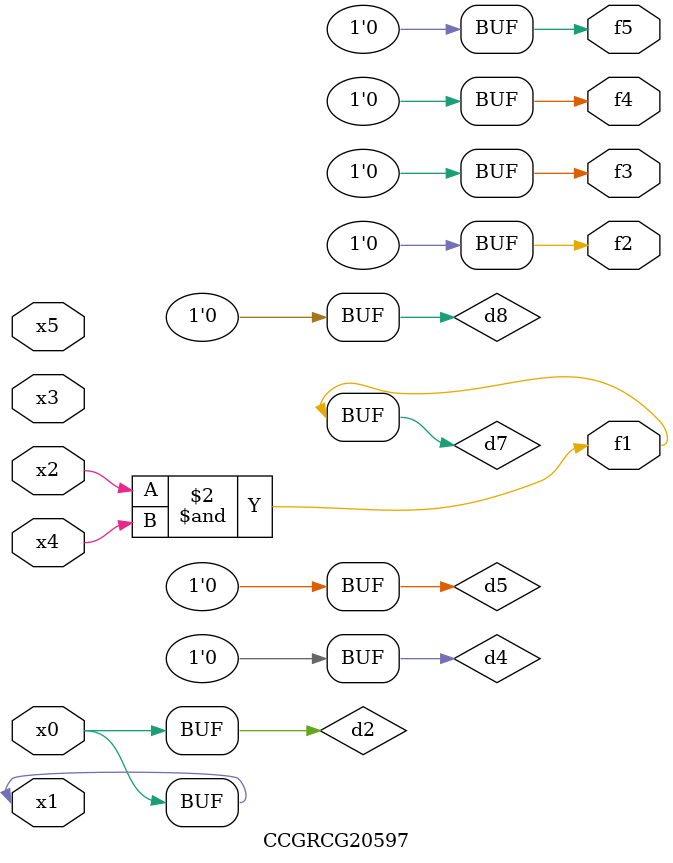
<source format=v>
module CCGRCG20597(
	input x0, x1, x2, x3, x4, x5,
	output f1, f2, f3, f4, f5
);

	wire d1, d2, d3, d4, d5, d6, d7, d8, d9;

	nand (d1, x1);
	buf (d2, x0, x1);
	nand (d3, x2, x4);
	and (d4, d1, d2);
	and (d5, d1, d2);
	nand (d6, d1, d3);
	not (d7, d3);
	xor (d8, d5);
	nor (d9, d5, d6);
	assign f1 = d7;
	assign f2 = d8;
	assign f3 = d8;
	assign f4 = d8;
	assign f5 = d8;
endmodule

</source>
